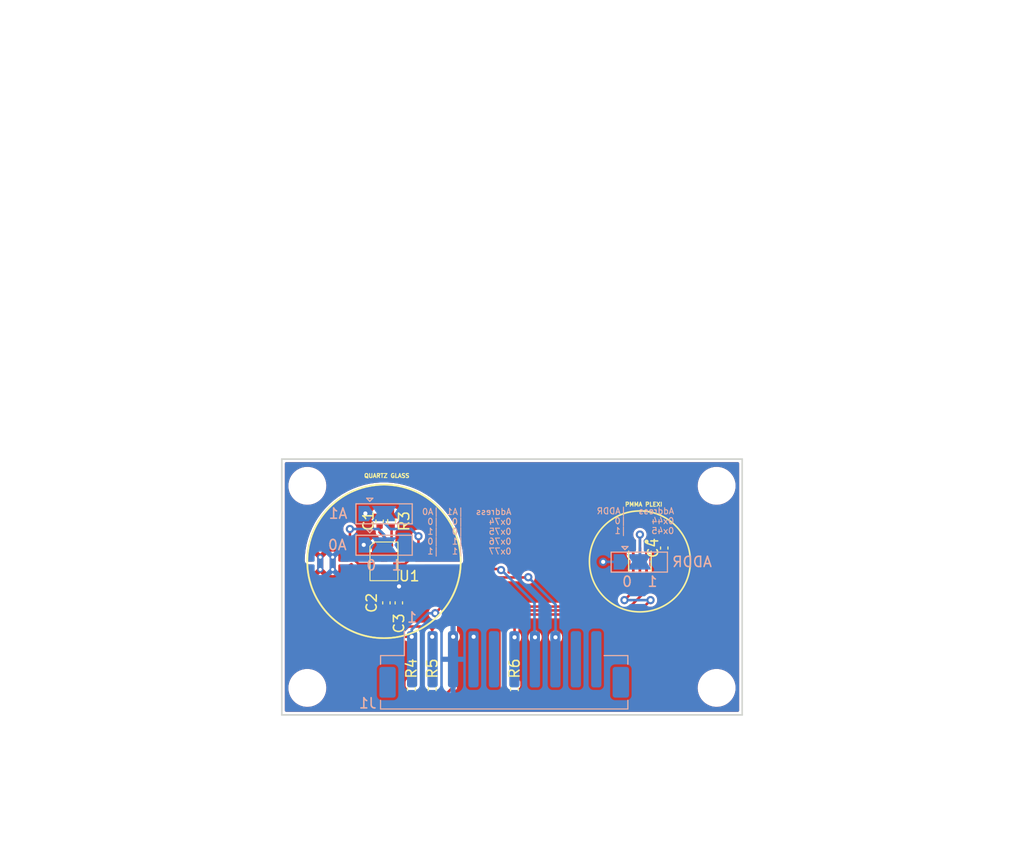
<source format=kicad_pcb>
(kicad_pcb (version 20221018) (generator pcbnew)
  (layers (0 "F.Cu" signal) (31 "B.Cu" signal) (34 "B.Paste" user) (35 "F.Paste" user) (36 "B.SilkS" user "B.Silkscreen") (37 "F.SilkS" user "F.Silkscreen") (38 "B.Mask" user) (39 "F.Mask" user) (44 "Edge.Cuts" user))
  (net 0 "")
  (net 1 "+3.3VA")
  (net 2 "GNDA")
  (net 3 "+3.3V")
  (net 4 "GND")
  (net 5 "I2C_SCL")
  (net 6 "I2C_SDA")
  (net 8 "OPT3004_INT")
  (net 9 "AS7331_SYN")
  (net 10 "AS7331_READY")
  (net 13 "ADDR0")
  (net 14 "ADDR1")
  (net 15 "Net-(JP3-C)")
  (net 16 "Net-(U1-REXT)")
  (footprint "MountingHole:MountingHole_3.2mm_M3" (layer "F.Cu") (at 121.854 127.682)
    (fp_text reference "H3" hide)
    (fp_text value "MountingHole" hide)
    (pad "" np_thru_hole circle (at 0 0) (size 3.2 3.2) (drill 3.2) (layers "*.Cu" "*.Mask"))
  )
  (footprint "MountingHole:MountingHole_3.2mm_M3" (layer "F.Cu") (at 81.854 127.682)
    (fp_text reference "H4" hide)
    (fp_text value "MountingHole" hide)
    (pad "" np_thru_hole circle (at 0 0) (size 3.2 3.2) (drill 3.2) (layers "*.Cu" "*.Mask"))
  )
  (footprint "Capacitor_SMD:C_0402_1005Metric" (layer "F.Cu") (at 116.734 114.012 -90)
    (fp_text reference "C4" (at -0.005 1.1 90) (layer "F.SilkS"))
    (fp_text value "100nF")
    (fp_line (start -0.107836 -0.36) (end 0.107836 -0.36) (stroke (width 0.12)) (layer "F.SilkS"))
    (fp_line (start -0.107836 0.36) (end 0.107836 0.36) (stroke (width 0.12)) (layer "F.SilkS"))
    (pad "1" smd roundrect (at -0.48 0 270) (size 0.56 0.62) (layers "F.Cu" "F.Paste" "F.Mask") (net 3 "+3.3V"))
    (pad "2" smd roundrect (at 0.48 0 270) (size 0.56 0.62) (layers "F.Cu" "F.Paste" "F.Mask") (net 4 "GND"))
  )
  (footprint "AS7331:OLGA-16" (layer "F.Cu") (at 89.344341 115.316913)
    (fp_text reference "U1" (at 2.47 1.44) (layer "F.SilkS"))
    (fp_text value "AS7331")
    (fp_poly (pts (xy -0.96 -1.895) (xy 1.36 -1.895) (xy 1.36 1.885) (xy -1.37 1.885) (xy -1.37 -1.485)) (stroke (width 0.1)) (fill none) (layer "F.SilkS"))
    (pad "1" smd rect locked (at -0.755 -1.58) (size 0.3 0.3) (layers "F.Cu" "F.Paste" "F.Mask") (net 2 "GNDA"))
    (pad "2" smd rect locked (at -0.255 -1.58) (size 0.3 0.3) (layers "F.Cu" "F.Paste" "F.Mask") (net 2 "GNDA"))
    (pad "3" smd rect locked (at 0.245 -1.58) (size 0.3 0.3) (layers "F.Cu" "F.Paste" "F.Mask") (net 1 "+3.3VA"))
    (pad "4" smd rect locked (at 0.745 -1.58) (size 0.3 0.3) (layers "F.Cu" "F.Paste" "F.Mask") (net 16 "Net-(U1-REXT)"))
    (pad "5" smd rect locked (at 1.045 -0.755) (size 0.3 0.3) (layers "F.Cu" "F.Paste" "F.Mask") (net 2 "GNDA"))
    (pad "6" smd rect locked (at 1.045 -0.255) (size 0.3 0.3) (layers "F.Cu" "F.Paste" "F.Mask") (net 2 "GNDA"))
    (pad "7" smd rect locked (at 1.045 0.245) (size 0.3 0.3) (layers "F.Cu" "F.Paste" "F.Mask") (net 14 "ADDR1"))
    (pad "8" smd rect locked (at 1.045 0.745) (size 0.3 0.3) (layers "F.Cu" "F.Paste" "F.Mask") (net 9 "AS7331_SYN"))
    (pad "9" smd rect locked (at 0.74 1.57) (size 0.3 0.3) (layers "F.Cu" "F.Paste" "F.Mask") (net 10 "AS7331_READY"))
    (pad "10" smd rect locked (at 0.24 1.57) (size 0.3 0.3) (layers "F.Cu" "F.Paste" "F.Mask") (net 3 "+3.3V"))
    (pad "11" smd rect locked (at -0.26 1.57) (size 0.3 0.3) (layers "F.Cu" "F.Paste" "F.Mask") (net 4 "GND"))
    (pad "12" smd rect locked (at -0.76 1.57) (size 0.3 0.3) (layers "F.Cu" "F.Paste" "F.Mask") (net 6 "I2C_SDA"))
    (pad "13" smd rect locked (at -1.055 0.75) (size 0.3 0.3) (layers "F.Cu" "F.Paste" "F.Mask") (net 5 "I2C_SCL"))
    (pad "14" smd rect locked (at -1.055 0.25) (size 0.3 0.3) (layers "F.Cu" "F.Paste" "F.Mask") (net 13 "ADDR0"))
    (pad "15" smd rect locked (at -1.055 -0.25) (size 0.3 0.3) (layers "F.Cu" "F.Paste" "F.Mask") (net 2 "GNDA"))
    (pad "16" smd rect locked (at -1.055 -0.75) (size 0.3 0.3) (layers "F.Cu" "F.Paste" "F.Mask") (net 2 "GNDA"))
  )
  (footprint "NetTie:NetTie-2_THT_Pad0.3mm" (layer "F.Cu") (at 83.114341 116.106913 90)
    (fp_text reference "R2" hide)
    (fp_text value "0" hide)
    (fp_poly (pts (xy 0 -0.3) (xy 1.2 -0.3) (xy 1.2 0.3) (xy 0 0.3)) (fill solid) (layer "F.Cu"))
    (fp_poly (pts (xy 0 -0.3) (xy 1.2 -0.3) (xy 1.2 0.3) (xy 0 0.3)) (fill solid) (layer "B.Cu"))
    (pad "1" thru_hole circle (at 0 0 90) (size 0.6 0.6) (drill 0.3) (layers "*.Cu") (net 4 "GND"))
    (pad "2" thru_hole circle (at 1.2 0 90) (size 0.6 0.6) (drill 0.3) (layers "*.Cu") (net 2 "GNDA"))
  )
  (footprint "MountingHole:MountingHole_3.2mm_M3" (layer "F.Cu") (at 121.854 107.932)
    (fp_text reference "H2" hide)
    (fp_text value "MountingHole" hide)
    (pad "" np_thru_hole circle (at 0 0) (size 3.2 3.2) (drill 3.2) (layers "*.Cu" "*.Mask"))
  )
  (footprint "Resistor_SMD:R_0402_1005Metric" (layer "F.Cu") (at 94.054 127.792 90)
    (fp_text reference "R5" (at 2.01 0 90) (layer "F.SilkS"))
    (fp_text value "10k")
    (fp_line (start -0.153641 -0.38) (end 0.153641 -0.38) (stroke (width 0.12)) (layer "F.SilkS"))
    (fp_line (start -0.153641 0.38) (end 0.153641 0.38) (stroke (width 0.12)) (layer "F.SilkS"))
    (pad "1" smd roundrect (at -0.51 0 90) (size 0.54 0.64) (layers "F.Cu" "F.Paste" "F.Mask") (net 3 "+3.3V"))
    (pad "2" smd roundrect (at 0.51 0 90) (size 0.54 0.64) (layers "F.Cu" "F.Paste" "F.Mask") (net 6 "I2C_SDA"))
  )
  (footprint "Resistor_SMD:R_0402_1005Metric" (layer "F.Cu") (at 102.094 127.802 90)
    (fp_text reference "R6" (at 2.02 0 90) (layer "F.SilkS"))
    (fp_text value "10K")
    (fp_line (start -0.153641 -0.38) (end 0.153641 -0.38) (stroke (width 0.12)) (layer "F.SilkS"))
    (fp_line (start -0.153641 0.38) (end 0.153641 0.38) (stroke (width 0.12)) (layer "F.SilkS"))
    (pad "1" smd roundrect (at -0.51 0 90) (size 0.54 0.64) (layers "F.Cu" "F.Paste" "F.Mask") (net 3 "+3.3V"))
    (pad "2" smd roundrect (at 0.51 0 90) (size 0.54 0.64) (layers "F.Cu" "F.Paste" "F.Mask") (net 8 "OPT3004_INT"))
  )
  (footprint "MountingHole:MountingHole_3.2mm_M3" (layer "F.Cu") (at 81.854 107.932)
    (fp_text reference "H1" hide)
    (fp_text value "MountingHole" hide)
    (pad "" np_thru_hole circle (at 0 0) (size 3.2 3.2) (drill 3.2) (layers "*.Cu" "*.Mask"))
  )
  (footprint "Capacitor_SMD:C_0402_1005Metric" (layer "F.Cu") (at 88.916017 111.382 90)
    (fp_text reference "C1" (at 0.02 -1.1 90) (layer "F.SilkS"))
    (fp_text value "100nF")
    (fp_line (start -0.107836 -0.36) (end 0.107836 -0.36) (stroke (width 0.12)) (layer "F.SilkS"))
    (fp_line (start -0.107836 0.36) (end 0.107836 0.36) (stroke (width 0.12)) (layer "F.SilkS"))
    (pad "1" smd roundrect (at -0.48 0 90) (size 0.56 0.62) (layers "F.Cu" "F.Paste" "F.Mask") (net 1 "+3.3VA"))
    (pad "2" smd roundrect (at 0.48 0 90) (size 0.56 0.62) (layers "F.Cu" "F.Paste" "F.Mask") (net 2 "GNDA"))
  )
  (footprint "Capacitor_SMD:C_0402_1005Metric" (layer "F.Cu") (at 90.796108 119.373142 -90)
    (fp_text reference "C3" (at 1.999913 -0.010341 90) (layer "F.SilkS"))
    (fp_text value "100nF")
    (fp_line (start -0.107836 -0.36) (end 0.107836 -0.36) (stroke (width 0.12)) (layer "F.SilkS"))
    (fp_line (start -0.107836 0.36) (end 0.107836 0.36) (stroke (width 0.12)) (layer "F.SilkS"))
    (pad "1" smd roundrect (at -0.48 0 270) (size 0.56 0.62) (layers "F.Cu" "F.Paste" "F.Mask") (net 3 "+3.3V"))
    (pad "2" smd roundrect (at 0.48 0 270) (size 0.56 0.62) (layers "F.Cu" "F.Paste" "F.Mask") (net 4 "GND"))
  )
  (footprint "Resistor_SMD:R_0402_1005Metric" (layer "F.Cu") (at 90.084 111.382 90)
    (fp_text reference "R3" (at -0.005 1.225 90) (layer "F.SilkS"))
    (fp_text value "3.3M")
    (fp_line (start -0.153641 -0.38) (end 0.153641 -0.38) (stroke (width 0.12)) (layer "F.SilkS"))
    (fp_line (start -0.153641 0.38) (end 0.153641 0.38) (stroke (width 0.12)) (layer "F.SilkS"))
    (pad "1" smd roundrect (at -0.51 0 90) (size 0.54 0.64) (layers "F.Cu" "F.Paste" "F.Mask") (net 16 "Net-(U1-REXT)"))
    (pad "2" smd roundrect (at 0.51 0 90) (size 0.54 0.64) (layers "F.Cu" "F.Paste" "F.Mask") (net 2 "GNDA"))
  )
  (footprint "Capacitor_SMD:C_0402_1005Metric" (layer "F.Cu") (at 89.57844 119.371156 -90)
    (fp_text reference "C2" (at 0.001899 1.446991 90) (layer "F.SilkS"))
    (fp_text value "100nF")
    (fp_line (start -0.107836 -0.36) (end 0.107836 -0.36) (stroke (width 0.12)) (layer "F.SilkS"))
    (fp_line (start -0.107836 0.36) (end 0.107836 0.36) (stroke (width 0.12)) (layer "F.SilkS"))
    (pad "1" smd roundrect (at -0.48 0 270) (size 0.56 0.62) (layers "F.Cu" "F.Paste" "F.Mask") (net 3 "+3.3V"))
    (pad "2" smd roundrect (at 0.48 0 270) (size 0.56 0.62) (layers "F.Cu" "F.Paste" "F.Mask") (net 4 "GND"))
  )
  (footprint "OPT3004:SON65P200X200X65-7N" (layer "F.Cu") (at 114.354 115.319335 -90)
    (fp_text reference "U2" hide)
    (fp_text value "OPT3004")
    (fp_line (start -1 -1.099) (end 1 -1.099) (stroke (width 0.127)) (layer "F.SilkS"))
    (fp_line (start -1 1.099) (end 1 1.099) (stroke (width 0.127)) (layer "F.SilkS"))
    (fp_circle (center -1.935 -0.65) (end -1.835 -0.65) (stroke (width 0.2)) (fill none) (layer "F.SilkS"))
    (pad "1" smd roundrect locked (at -0.995 -0.65 270) (size 0.74 0.27) (layers "F.Cu" "F.Paste" "F.Mask") (roundrect_rratio 0.03) (net 3 "+3.3V"))
    (pad "2" smd roundrect locked (at -0.995 0 270) (size 0.74 0.27) (layers "F.Cu" "F.Paste" "F.Mask") (roundrect_rratio 0.03) (net 15 "Net-(JP3-C)"))
    (pad "3" smd roundrect locked (at -0.995 0.65 270) (size 0.74 0.27) (layers "F.Cu" "F.Paste" "F.Mask") (roundrect_rratio 0.03) (net 4 "GND"))
    (pad "4" smd roundrect locked (at 0.995 0.65 270) (size 0.74 0.27) (layers "F.Cu" "F.Paste" "F.Mask") (roundrect_rratio 0.03) (net 5 "I2C_SCL"))
    (pad "5" smd roundrect locked (at 0.995 0 270) (size 0.74 0.27) (layers "F.Cu" "F.Paste" "F.Mask") (roundrect_rratio 0.03) (net 8 "OPT3004_INT"))
    (pad "6" smd roundrect locked (at 0.995 -0.65 270) (size 0.74 0.27) (layers "F.Cu" "F.Paste" "F.Mask") (roundrect_rratio 0.03) (net 6 "I2C_SDA"))
    (pad "7" smd rect locked (at 0 0 270) (size 0.65 1.35) (layers "F.Cu" "F.Mask"))
  )
  (footprint "Resistor_SMD:R_0402_1005Metric" (layer "F.Cu") (at 92.024 127.792 90)
    (fp_text reference "R4" (at 2.01 0 90) (layer "F.SilkS"))
    (fp_text value "10K")
    (fp_line (start -0.153641 -0.38) (end 0.153641 -0.38) (stroke (width 0.12)) (layer "F.SilkS"))
    (fp_line (start -0.153641 0.38) (end 0.153641 0.38) (stroke (width 0.12)) (layer "F.SilkS"))
    (pad "1" smd roundrect (at -0.51 0 90) (size 0.54 0.64) (layers "F.Cu" "F.Paste" "F.Mask") (net 3 "+3.3V"))
    (pad "2" smd roundrect (at 0.51 0 90) (size 0.54 0.64) (layers "F.Cu" "F.Paste" "F.Mask") (net 5 "I2C_SCL"))
  )
  (footprint "Jumper:SolderJumper-3_P2.0mm_Open_TrianglePad1.0x1.5mm" (layer "B.Cu") (at 89.354 110.642)
    (fp_text reference "A1" (at -4.502 0) (layer "B.SilkS") (effects (justify mirror)))
    (fp_text value "SolderJumper_3_Open")
    (fp_line (start -2.75 -0.95) (end -2.75 1) (stroke (width 0.12)) (layer "B.SilkS"))
    (fp_line (start -2.75 1) (end 2.75 1) (stroke (width 0.12)) (layer "B.SilkS"))
    (fp_line (start -1.7 -1.5) (end -1.1 -1.5) (stroke (width 0.12)) (layer "B.SilkS"))
    (fp_line (start -1.4 -1.2) (end -1.7 -1.5) (stroke (width 0.12)) (layer "B.SilkS"))
    (fp_line (start -1.1 -1.5) (end -1.4 -1.2) (stroke (width 0.12)) (layer "B.SilkS"))
    (fp_line (start 2.75 -0.95) (end -2.75 -0.95) (stroke (width 0.12)) (layer "B.SilkS"))
    (fp_line (start 2.75 1) (end 2.75 -0.95) (stroke (width 0.12)) (layer "B.SilkS"))
    (pad "1" smd custom (at -2 0) (size 0.3 0.3) (layers "B.Cu" "B.Mask") (net 2 "GNDA") (options (clearance outline) (anchor rect)) (primitives (gr_poly (pts (xy 1 0) (xy 0.5 -0.75) (xy -0.5 -0.75) (xy -0.5 0.75) (xy 0.5 0.75)) (width 0) (fill yes))))
    (pad "2" smd custom (at 0 0) (size 0.3 0.3) (layers "B.Cu") (net 14 "ADDR1") (options (clearance outline) (anchor rect)) (primitives (gr_poly (pts (xy 0.7 0) (xy 1.2 -0.75) (xy -1.2 -0.75) (xy -0.7 0) (xy -1.2 0.75) (xy 1.2 0.75)) (width 0) (fill yes))))
    (pad "3" smd custom (at 2 0 180) (size 0.3 0.3) (layers "B.Cu" "B.Mask") (net 1 "+3.3VA") (options (clearance outline) (anchor rect)) (primitives (gr_poly (pts (xy 1 0) (xy 0.5 -0.75) (xy -0.5 -0.75) (xy -0.5 0.75) (xy 0.5 0.75)) (width 0) (fill yes))))
  )
  (footprint "Jumper:SolderJumper-3_P2.0mm_Open_TrianglePad1.0x1.5mm" (layer "B.Cu") (at 89.354 113.712)
    (fp_text reference "A0" (at -4.572 0) (layer "B.SilkS") (effects (justify mirror)))
    (fp_text value "SolderJumper_3_Open")
    (fp_line (start -2.75 -0.95) (end -2.75 1) (stroke (width 0.12)) (layer "B.SilkS"))
    (fp_line (start -2.75 1) (end 2.75 1) (stroke (width 0.12)) (layer "B.SilkS"))
    (fp_line (start -1.7 -1.5) (end -1.1 -1.5) (stroke (width 0.12)) (layer "B.SilkS"))
    (fp_line (start -1.4 -1.2) (end -1.7 -1.5) (stroke (width 0.12)) (layer "B.SilkS"))
    (fp_line (start -1.1 -1.5) (end -1.4 -1.2) (stroke (width 0.12)) (layer "B.SilkS"))
    (fp_line (start 2.75 -0.95) (end -2.75 -0.95) (stroke (width 0.12)) (layer "B.SilkS"))
    (fp_line (start 2.75 1) (end 2.75 -0.95) (stroke (width 0.12)) (layer "B.SilkS"))
    (pad "1" smd custom (at -2 0) (size 0.3 0.3) (layers "B.Cu" "B.Mask") (net 2 "GNDA") (options (clearance outline) (anchor rect)) (primitives (gr_poly (pts (xy 1 0) (xy 0.5 -0.75) (xy -0.5 -0.75) (xy -0.5 0.75) (xy 0.5 0.75)) (width 0) (fill yes))))
    (pad "2" smd custom (at 0 0) (size 0.3 0.3) (layers "B.Cu") (net 13 "ADDR0") (options (clearance outline) (anchor rect)) (primitives (gr_poly (pts (xy 0.7 0) (xy 1.2 -0.75) (xy -1.2 -0.75) (xy -0.7 0) (xy -1.2 0.75) (xy 1.2 0.75)) (width 0) (fill yes))))
    (pad "3" smd custom (at 2 0 180) (size 0.3 0.3) (layers "B.Cu" "B.Mask") (net 1 "+3.3VA") (options (clearance outline) (anchor rect)) (primitives (gr_poly (pts (xy 1 0) (xy 0.5 -0.75) (xy -0.5 -0.75) (xy -0.5 0.75) (xy 0.5 0.75)) (width 0) (fill yes))))
  )
  (footprint "Jumper:SolderJumper-3_P2.0mm_Open_TrianglePad1.0x1.5mm" (layer "B.Cu") (at 114.294 115.362)
    (fp_text reference "ADDR" (at 5.16 0) (layer "B.SilkS") (effects (justify mirror)))
    (fp_text value "SolderJumper_3_Open")
    (fp_line (start -2.75 -0.95) (end -2.75 1) (stroke (width 0.12)) (layer "B.SilkS"))
    (fp_line (start -2.75 1) (end 2.75 1) (stroke (width 0.12)) (layer "B.SilkS"))
    (fp_line (start -1.7 -1.5) (end -1.1 -1.5) (stroke (width 0.12)) (layer "B.SilkS"))
    (fp_line (start -1.4 -1.2) (end -1.7 -1.5) (stroke (width 0.12)) (layer "B.SilkS"))
    (fp_line (start -1.1 -1.5) (end -1.4 -1.2) (stroke (width 0.12)) (layer "B.SilkS"))
    (fp_line (start 2.75 -0.95) (end -2.75 -0.95) (stroke (width 0.12)) (layer "B.SilkS"))
    (fp_line (start 2.75 1) (end 2.75 -0.95) (stroke (width 0.12)) (layer "B.SilkS"))
    (pad "1" smd custom (at -2 0) (size 0.3 0.3) (layers "B.Cu" "B.Mask") (net 4 "GND") (options (clearance outline) (anchor rect)) (primitives (gr_poly (pts (xy 1 0) (xy 0.5 -0.75) (xy -0.5 -0.75) (xy -0.5 0.75) (xy 0.5 0.75)) (width 0) (fill yes))))
    (pad "2" smd custom (at 0 0) (size 0.3 0.3) (layers "B.Cu") (net 15 "Net-(JP3-C)") (options (clearance outline) (anchor rect)) (primitives (gr_poly (pts (xy 0.7 0) (xy 1.2 -0.75) (xy -1.2 -0.75) (xy -0.7 0) (xy -1.2 0.75) (xy 1.2 0.75)) (width 0) (fill yes))))
    (pad "3" smd custom (at 2 0 180) (size 0.3 0.3) (layers "B.Cu" "B.Mask") (net 3 "+3.3V") (options (clearance outline) (anchor rect)) (primitives (gr_poly (pts (xy 1 0) (xy 0.5 -0.75) (xy -0.5 -0.75) (xy -0.5 0.75) (xy 0.5 0.75)) (width 0) (fill yes))))
  )
  (footprint "Connector_JST:JST_PH_B10B-PH-SM4-TB_1x10-1MP_P2.00mm_Vertical" (layer "B.Cu") (at 101.092 125.382)
    (fp_text reference "J1" (at -13.338 3.8 180) (layer "B.SilkS") (effects (justify mirror)))
    (fp_text value "Conn_01x10_Pin")
    (fp_line (start -12.085 -0.86) (end -9.76 -0.86) (stroke (width 0.12)) (layer "B.SilkS"))
    (fp_line (start -12.085 -0.01) (end -12.085 -0.86) (stroke (width 0.12)) (layer "B.SilkS"))
    (fp_line (start -12.085 3.51) (end -12.085 4.36) (stroke (width 0.12)) (layer "B.SilkS"))
    (fp_line (start -12.085 4.36) (end 12.085 4.36) (stroke (width 0.12)) (layer "B.SilkS"))
    (fp_line (start -9.76 -0.86) (end -9.76 -3.25) (stroke (width 0.12)) (layer "B.SilkS"))
    (fp_line (start 12.085 -0.86) (end 9.76 -0.86) (stroke (width 0.12)) (layer "B.SilkS"))
    (fp_line (start 12.085 -0.01) (end 12.085 -0.86) (stroke (width 0.12)) (layer "B.SilkS"))
    (fp_line (start 12.085 4.36) (end 12.085 3.51) (stroke (width 0.12)) (layer "B.SilkS"))
    (pad "1" smd roundrect (at -9 -0.5) (size 1 5.5) (layers "B.Cu" "B.Paste" "B.Mask") (net 5 "I2C_SCL"))
    (pad "2" smd roundrect (at -7 -0.5) (size 1 5.5) (layers "B.Cu" "B.Paste" "B.Mask") (net 6 "I2C_SDA"))
    (pad "3" smd roundrect (at -5 -0.5) (size 1 5.5) (layers "B.Cu" "B.Paste" "B.Mask") (net 3 "+3.3V"))
    (pad "4" smd roundrect (at -3 -0.5) (size 1 5.5) (layers "B.Cu" "B.Paste" "B.Mask") (net 4 "GND"))
    (pad "5" smd roundrect (at -1 -0.5) (size 1 5.5) (layers "B.Cu" "B.Paste" "B.Mask"))
    (pad "6" smd roundrect (at 1 -0.5) (size 1 5.5) (layers "B.Cu" "B.Paste" "B.Mask") (net 8 "OPT3004_INT"))
    (pad "7" smd roundrect (at 3 -0.5) (size 1 5.5) (layers "B.Cu" "B.Paste" "B.Mask") (net 9 "AS7331_SYN"))
    (pad "8" smd roundrect (at 5 -0.5) (size 1 5.5) (layers "B.Cu" "B.Paste" "B.Mask") (net 10 "AS7331_READY"))
    (pad "9" smd roundrect (at 7 -0.5) (size 1 5.5) (layers "B.Cu" "B.Paste" "B.Mask"))
    (pad "10" smd roundrect (at 9 -0.5) (size 1 5.5) (layers "B.Cu" "B.Paste" "B.Mask"))
    (pad "MP" smd roundrect (at -11.4 1.75) (size 1.6 3) (layers "B.Cu" "B.Paste" "B.Mask") (roundrect_rratio 0.15625))
    (pad "MP" smd roundrect (at 11.4 1.75) (size 1.6 3) (layers "B.Cu" "B.Paste" "B.Mask") (roundrect_rratio 0.15625))
  )
  (footprint "NetTie:NetTie-2_THT_Pad0.3mm" (layer "B.Cu") (at 84.327662 116.106913 90)
    (fp_text reference "R1" hide)
    (fp_text value "0" hide)
    (fp_poly (pts (xy 0 0.3) (xy 1.2 0.3) (xy 1.2 -0.3) (xy 0 -0.3)) (fill solid) (layer "F.Cu"))
    (fp_poly (pts (xy 0 0.3) (xy 1.2 0.3) (xy 1.2 -0.3) (xy 0 -0.3)) (fill solid) (layer "B.Cu"))
    (pad "1" thru_hole circle (at 0 0 90) (size 0.6 0.6) (drill 0.3) (layers "*.Cu") (net 3 "+3.3V"))
    (pad "2" thru_hole circle (at 1.2 0 90) (size 0.6 0.6) (drill 0.3) (layers "*.Cu") (net 1 "+3.3VA"))
  )
  (gr_circle (center 114.354 115.319335) (end 119.287 115.319335) (stroke (width 0.16)) (fill none) (layer "F.SilkS"))
  (gr_circle (center 89.354 115.319335) (end 96.854 115.319335) (stroke (width 0.16)) (fill none) (layer "F.SilkS"))
  (gr_circle (center 89.336092 115.322316) (end 96.836092 115.322316) (stroke (width 0.16)) (fill none) (layer "F.SilkS"))
  (gr_line locked (start 124.354 105.319335) (end 124.354 130.319335) (stroke (width 0.16)) (layer "Edge.Cuts"))
  (gr_line locked (start 124.354 130.319335) (end 79.354 130.319335) (stroke (width 0.16)) (layer "Edge.Cuts"))
  (gr_line locked (start 79.354 130.319335) (end 79.354 105.319335) (stroke (width 0.16)) (layer "Edge.Cuts"))
  (gr_line locked (start 79.354 105.319335) (end 124.354 105.319335) (stroke (width 0.16)) (layer "Edge.Cuts"))
  (gr_text "Address	|ADDR\n0x44 	|0\n0x45 	|1" (at 117.754 112.682) (layer "B.SilkS") (effects (font (size 0.6 0.6) (thickness 0.1) bold) (justify left bottom mirror)))
  (gr_text "1  0" (at 91.154 116.282) (layer "B.SilkS") (effects (font (size 1 1)) (justify left bottom mirror)))
  (gr_text "1  0" (at 116.154 117.882) (layer "B.SilkS") (effects (font (size 1 1)) (justify left bottom mirror)))
  (gr_text "1" (at 92.654 121.382) (layer "B.SilkS") (effects (font (size 1 1)) (justify left bottom mirror)))
  (gr_text "Address	|A1	|A0\n0x74 	|0 	|0\n0x75 	|0 	|1\n0x76 	|1 	|0\n0x77 	|1 	|1" (at 101.854 114.682) (layer "B.SilkS") (effects (font (size 0.6 0.6) (thickness 0.1)) (justify left bottom mirror)))
  (gr_text "PMMA PLEXI" (at 112.854 109.982) (layer "F.SilkS") (effects (font (size 0.4 0.4) (thickness 0.1) bold) (justify left bottom)))
  (gr_text "QUARTZ GLASS" (at 87.354 107.182) (layer "F.SilkS") (effects (font (size 0.4 0.4) (thickness 0.1) bold) (justify left bottom)))
  (segment (start 88.916017 111.862) (end 88.916017 112.464017) (width 0.25) (layer "F.Cu") (net 1))
  (segment (start 89.589341 113.137341) (end 89.589341 113.736913) (width 0.25) (layer "F.Cu") (net 1))
  (segment (start 88.916017 112.464017) (end 89.589341 113.137341) (width 0.25) (layer "F.Cu") (net 1))
  (segment (start 88.289341 114.036913) (end 88.589341 113.736913) (width 0.25) (layer "F.Cu") (net 2))
  (segment (start 89.464341 114.561913) (end 89.089341 114.186913) (width 0.25) (layer "F.Cu") (net 2))
  (segment (start 88.289341 115.066913) (end 88.289341 114.566913) (width 0.25) (layer "F.Cu") (net 2))
  (segment (start 88.289341 114.566913) (end 88.289341 114.036913) (width 0.25) (layer "F.Cu") (net 2))
  (segment (start 89.089341 114.186913) (end 89.089341 113.736913) (width 0.25) (layer "F.Cu") (net 2))
  (segment (start 90.389341 114.561913) (end 89.464341 114.561913) (width 0.25) (layer "F.Cu") (net 2))
  (segment (start 88.589341 113.736913) (end 89.089341 113.736913) (width 0.25) (layer "F.Cu") (net 2))
  (segment (start 90.389341 115.061913) (end 90.389341 114.561913) (width 0.25) (layer "F.Cu") (net 2))
  (via (at 87.524 110.632) (size 0.8) (drill 0.4) (layers "F.Cu" "B.Cu") (net 2))
  (via (at 87.364 113.702) (size 0.8) (drill 0.4) (layers "F.Cu" "B.Cu") (net 2))
  (segment (start 89.584341 116.886913) (end 89.584341 118.885255) (width 0.25) (layer "F.Cu") (net 3))
  (segment (start 90.796108 118.893142) (end 90.796108 117.779892) (width 0.25) (layer "F.Cu") (net 3))
  (segment (start 115.004 114.324335) (end 115.004 113.932) (width 0.25) (layer "F.Cu") (net 3))
  (segment (start 100.683 120.486) (end 96.575 120.486) (width 0.25) (layer "F.Cu") (net 3))
  (segment (start 96.104 120.957) (end 96.104 122.682) (width 0.25) (layer "F.Cu") (net 3))
  (segment (start 94.054 128.302) (end 95.394 128.302) (width 0.25) (layer "F.Cu") (net 3))
  (segment (start 95.394 128.302) (end 96.104 127.592) (width 0.25) (layer "F.Cu") (net 3))
  (segment (start 116.734 113.532) (end 115.404 113.532) (width 0.25) (layer "F.Cu") (net 3))
  (segment (start 101.644 128.332) (end 101.134 127.822) (width 0.25) (layer "F.Cu") (net 3))
  (segment (start 90.796108 118.893142) (end 89.580426 118.893142) (width 0.25) (layer "F.Cu") (net 3))
  (segment (start 90.796108 117.779892) (end 90.814 117.762) (width 0.25) (layer "F.Cu") (net 3))
  (segment (start 101.134 127.822) (end 101.134 120.937) (width 0.25) (layer "F.Cu") (net 3))
  (segment (start 96.575 120.486) (end 96.104 120.957) (width 0.25) (layer "F.Cu") (net 3))
  (segment (start 101.134 120.937) (end 100.683 120.486) (width 0.25) (layer "F.Cu") (net 3))
  (segment (start 102.084 128.332) (end 101.644 128.332) (width 0.25) (layer "F.Cu") (net 3))
  (segment (start 92.024 128.302) (end 94.054 128.302) (width 0.25) (layer "F.Cu") (net 3))
  (segment (start 96.104 127.592) (end 96.104 122.682) (width 0.25) (layer "F.Cu") (net 3))
  (segment (start 115.004 113.932) (end 115.404 113.532) (width 0.25) (layer "F.Cu") (net 3))
  (via (at 90.814 117.762) (size 0.8) (drill 0.4) (layers "F.Cu" "B.Cu") (net 3))
  (via (at 96.104 122.682) (size 0.8) (drill 0.4) (layers "F.Cu" "B.Cu") (net 3))
  (segment (start 96.092 122.67) (end 96.104 122.682) (width 0.25) (layer "B.Cu") (net 3))
  (segment (start 96.092 124.882) (end 96.092 122.694) (width 0.25) (layer "B.Cu") (net 3))
  (segment (start 96.092 122.694) (end 96.104 122.682) (width 0.25) (layer "B.Cu") (net 3))
  (segment (start 88.494 119.552) (end 88.494 118.322) (width 0.25) (layer "F.Cu") (net 4))
  (segment (start 89.084341 117.731659) (end 89.084341 116.886913) (width 0.25) (layer "F.Cu") (net 4))
  (segment (start 88.494 118.322) (end 89.084341 117.731659) (width 0.25) (layer "F.Cu") (net 4))
  (segment (start 89.57844 119.851156) (end 88.793156 119.851156) (width 0.25) (layer "F.Cu") (net 4))
  (segment (start 88.793156 119.851156) (end 88.494 119.552) (width 0.25) (layer "F.Cu") (net 4))
  (via (at 98.104 122.682) (size 0.8) (drill 0.4) (layers "F.Cu" "B.Cu") (net 4))
  (via (at 110.764 115.362) (size 0.8) (drill 0.4) (layers "F.Cu" "B.Cu") (net 4))
  (segment (start 112.294 115.362) (end 110.764 115.362) (width 0.25) (layer "B.Cu") (net 4))
  (segment (start 86.584 117.138842) (end 87.655929 116.066913) (width 0.25) (layer "F.Cu") (net 5))
  (segment (start 87.324 122.682) (end 86.584 121.942) (width 0.25) (layer "F.Cu") (net 5))
  (segment (start 95.004 119.732) (end 110.994 119.732) (width 0.25) (layer "F.Cu") (net 5))
  (segment (start 92.054 127.252) (end 92.054 122.682) (width 0.25) (layer "F.Cu") (net 5))
  (segment (start 92.054 122.682) (end 87.324 122.682) (width 0.25) (layer "F.Cu") (net 5))
  (segment (start 86.584 121.942) (end 86.584 117.138842) (width 0.25) (layer "F.Cu") (net 5))
  (segment (start 110.994 119.732) (end 113.704 117.022) (width 0.25) (layer "F.Cu") (net 5))
  (segment (start 92.024 127.282) (end 92.054 127.252) (width 0.25) (layer "F.Cu") (net 5))
  (segment (start 113.704 117.022) (end 113.704 116.314335) (width 0.25) (layer "F.Cu") (net 5))
  (segment (start 87.655929 116.066913) (end 88.289341 116.066913) (width 0.25) (layer "F.Cu") (net 5))
  (segment (start 94.354 120.382) (end 95.004 119.732) (width 0.25) (layer "F.Cu") (net 5))
  (via (at 92.054 122.682) (size 0.8) (drill 0.4) (layers "F.Cu" "B.Cu") (net 5))
  (via (at 94.354 120.382) (size 0.8) (drill 0.4) (layers "F.Cu" "B.Cu") (net 5))
  (segment (start 93.654 120.382) (end 92.054 121.982) (width 0.25) (layer "B.Cu") (net 5))
  (segment (start 94.354 120.382) (end 93.654 120.382) (width 0.25) (layer "B.Cu") (net 5))
  (segment (start 92.054 121.982) (end 92.054 122.682) (width 0.25) (layer "B.Cu") (net 5))
  (segment (start 87.480158 122.305) (end 91.091 122.305) (width 0.25) (layer "F.Cu") (net 6))
  (segment (start 95.917 120.109) (end 94.054 121.972) (width 0.25) (layer "F.Cu") (net 6))
  (segment (start 93.764 121.682) (end 93.276652 121.682) (width 0.25) (layer "F.Cu") (net 6))
  (segment (start 94.054 127.282) (end 94.054 122.682) (width 0.25) (layer "F.Cu") (net 6))
  (segment (start 86.961 117.295) (end 86.961 121.785842) (width 0.25) (layer "F.Cu") (net 6))
  (segment (start 86.961 121.785842) (end 87.480158 122.305) (width 0.25) (layer "F.Cu") (net 6))
  (segment (start 91.091 122.305) (end 91.714 121.682) (width 0.25) (layer "F.Cu") (net 6))
  (segment (start 87.369087 116.886913) (end 86.961 117.295) (width 0.25) (layer "F.Cu") (net 6))
  (segment (start 115.004 116.314335) (end 115.004 118.132) (width 0.25) (layer "F.Cu") (net 6))
  (segment (start 88.584341 116.886913) (end 87.369087 116.886913) (width 0.25) (layer "F.Cu") (net 6))
  (segment (start 94.054 122.682) (end 94.054 121.972) (width 0.25) (layer "F.Cu") (net 6))
  (segment (start 115.004 118.132) (end 113.027 120.109) (width 0.25) (layer "F.Cu") (net 6))
  (segment (start 94.054 121.972) (end 93.764 121.682) (width 0.25) (layer "F.Cu") (net 6))
  (segment (start 113.027 120.109) (end 95.917 120.109) (width 0.25) (layer "F.Cu") (net 6))
  (segment (start 91.714 121.682) (end 93.276652 121.682) (width 0.25) (layer "F.Cu") (net 6))
  (via (at 94.054 122.682) (size 0.8) (drill 0.4) (layers "F.Cu" "B.Cu") (net 6))
  (segment (start 109.463158 120.512) (end 109.460158 120.509) (width 0.25) (layer "F.Cu") (net 8))
  (segment (start 102.094 122.742) (end 102.104 122.732) (width 0.25) (layer "F.Cu") (net 8))
  (segment (start 115.394 119.102) (end 115.394 119.112) (width 0.25) (layer "F.Cu") (net 8))
  (segment (start 102.104 120.807) (end 102.104 122.732) (width 0.25) (layer "F.Cu") (net 8))
  (segment (start 102.094 127.302) (end 102.094 122.742) (width 0.25) (layer "F.Cu") (net 8))
  (segment (start 112.844 119.102) (end 114.354 117.592) (width 0.25) (layer "F.Cu") (net 8))
  (segment (start 102.402 120.509) (end 102.104 120.807) (width 0.25) (layer "F.Cu") (net 8))
  (segment (start 113.994 120.512) (end 109.463158 120.512) (width 0.25) (layer "F.Cu") (net 8))
  (segment (start 114.354 117.592) (end 114.354 116.314335) (width 0.25) (layer "F.Cu") (net 8))
  (segment (start 102.084 127.312) (end 102.094 127.302) (width 0.25) (layer "F.Cu") (net 8))
  (segment (start 109.460158 120.509) (end 102.402 120.509) (width 0.25) (layer "F.Cu") (net 8))
  (segment (start 115.394 119.112) (end 113.994 120.512) (width 0.25) (layer "F.Cu") (net 8))
  (via (at 112.844 119.102) (size 0.8) (drill 0.4) (layers "F.Cu" "B.Cu") (net 8))
  (via (at 115.394 119.102) (size 0.8) (drill 0.4) (layers "F.Cu" "B.Cu") (net 8))
  (via (at 102.104 122.732) (size 0.8) (drill 0.4) (layers "F.Cu" "B.Cu") (net 8))
  (segment (start 115.394 119.102) (end 112.844 119.102) (width 0.25) (layer "B.Cu") (net 8))
  (segment (start 100.784 116.162413) (end 100.6835 116.061913) (width 0.25) (layer "F.Cu") (net 9))
  (segment (start 100.6835 116.061913) (end 90.389341 116.061913) (width 0.25) (layer "F.Cu") (net 9))
  (via (at 104.104 122.732) (size 0.8) (drill 0.4) (layers "F.Cu" "B.Cu") (net 9))
  (via (at 100.784 116.162413) (size 0.8) (drill 0.4) (layers "F.Cu" "B.Cu") (net 9))
  (segment (start 104.104 122.732) (end 104.054 122.782) (width 0.25) (layer "B.Cu") (net 9))
  (segment (start 104.054 122.682) (end 104.104 122.732) (width 0.25) (layer "B.Cu") (net 9))
  (segment (start 104.054 122.782) (end 104.054 124.844) (width 0.25) (layer "B.Cu") (net 9))
  (segment (start 100.834413 116.162413) (end 104.054 119.382) (width 0.25) (layer "B.Cu") (net 9))
  (segment (start 104.054 119.382) (end 104.054 122.682) (width 0.25) (layer "B.Cu") (net 9))
  (segment (start 100.784 116.162413) (end 100.834413 116.162413) (width 0.25) (layer "B.Cu") (net 9))
  (segment (start 103.419087 116.886913) (end 90.084341 116.886913) (width 0.25) (layer "F.Cu") (net 10))
  (segment (start 103.444 116.862) (end 103.419087 116.886913) (width 0.25) (layer "F.Cu") (net 10))
  (via (at 103.444 116.862) (size 0.8) (drill 0.4) (layers "F.Cu" "B.Cu") (net 10))
  (via (at 106.104 122.732) (size 0.8) (drill 0.4) (layers "F.Cu" "B.Cu") (net 10))
  (segment (start 106.107497 119.525497) (end 106.107497 122.728503) (width 0.25) (layer "B.Cu") (net 10))
  (segment (start 106.104 122.732) (end 106.107497 122.735497) (width 0.25) (layer "B.Cu") (net 10))
  (segment (start 106.107497 122.728503) (end 106.104 122.732) (width 0.25) (layer "B.Cu") (net 10))
  (segment (start 103.444 116.862) (end 106.107497 119.525497) (width 0.25) (layer "B.Cu") (net 10))
  (segment (start 106.107497 122.735497) (end 106.107497 124.866503) (width 0.25) (layer "B.Cu") (net 10))
  (segment (start 86.014 112.152) (end 86.014 114.732) (width 0.25) (layer "F.Cu") (net 13))
  (segment (start 86.848913 115.566913) (end 88.289341 115.566913) (width 0.25) (layer "F.Cu") (net 13))
  (segment (start 86.014 114.732) (end 86.848913 115.566913) (width 0.25) (layer "F.Cu") (net 13))
  (via (at 86.014 112.152) (size 0.8) (drill 0.4) (layers "F.Cu" "B.Cu") (net 13))
  (segment (start 89.354 112.702) (end 89.354 113.712) (width 0.25) (layer "B.Cu") (net 13))
  (segment (start 88.804 112.152) (end 89.354 112.702) (width 0.25) (layer "B.Cu") (net 13))
  (segment (start 86.014 112.152) (end 88.804 112.152) (width 0.25) (layer "B.Cu") (net 13))
  (segment (start 91.404087 115.561913) (end 90.389341 115.561913) (width 0.25) (layer "F.Cu") (net 14))
  (segment (start 92.714 114.252) (end 91.404087 115.561913) (width 0.25) (layer "F.Cu") (net 14))
  (segment (start 92.714 112.862) (end 92.714 114.252) (width 0.25) (layer "F.Cu") (net 14))
  (via (at 92.714 112.862) (size 0.8) (drill 0.4) (layers "F.Cu" "B.Cu") (net 14))
  (segment (start 89.354 111.552) (end 89.354 110.642) (width 0.25) (layer "B.Cu") (net 14))
  (segment (start 92.004 112.152) (end 89.974 112.152) (width 0.25) (layer "B.Cu") (net 14))
  (segment (start 89.964 112.162) (end 89.354 111.552) (width 0.25) (layer "B.Cu") (net 14))
  (segment (start 89.974 112.152) (end 89.964 112.162) (width 0.25) (layer "B.Cu") (net 14))
  (segment (start 92.714 112.862) (end 92.004 112.152) (width 0.25) (layer "B.Cu") (net 14))
  (segment (start 114.354 114.324335) (end 114.354 112.692) (width 0.25) (layer "F.Cu") (net 15))
  (via (at 114.354 112.692) (size 0.8) (drill 0.4) (layers "F.Cu" "B.Cu") (net 15))
  (segment (start 114.354 112.692) (end 114.354 115.302) (width 0.25) (layer "B.Cu") (net 15))
  (segment (start 90.084 111.892) (end 90.084 113.731572) (width 0.25) (layer "F.Cu") (net 16))
  (segment (start 90.084 113.731572) (end 90.089341 113.736913) (width 0.25) (layer "F.Cu") (net 16))
  (zone (net 2) (net_name "GNDA") (layer "F.Cu") (priority 1) (connect_pads (clearance 0.25)) (min_thickness 0.25) (fill yes (thermal_gap 0.5) (thermal_bridge_width 0.5))
    (polygon (pts (xy 96.8457 115.350932) (xy 96.825692 114.803467) (xy 96.765775 114.258923) (xy 96.666269 113.720206) (xy 96.527704 113.190189) (xy 96.350821 112.6717) (xy 96.136562 112.167507) (xy 95.886071 111.680298) (xy 95.600684 111.212674) (xy 95.281924 110.767129) (xy 94.931491 110.346041) (xy 94.551256 109.951656) (xy 94.143248 109.586078) (xy 93.709642 109.251259) (xy 93.252753 108.948984) (xy 92.775017 108.680866) (xy 92.278985 108.448336) (xy 91.767303 108.252634) (xy 91.2427 108.094804) (xy 90.707976 107.975689) (xy 90.165984 107.895925) (xy 89.619615 107.855936) (xy 89.071785 107.855936) (xy 88.525416 107.895925) (xy 87.983424 107.975689) (xy 87.4487 108.094804) (xy 86.924097 108.252634) (xy 86.412415 108.448336) (xy 85.916383 108.680866) (xy 85.438647 108.948984) (xy 84.981758 109.251259) (xy 84.548152 109.586078) (xy 84.140144 109.951656) (xy 83.759909 110.346041) (xy 83.409476 110.767129) (xy 83.090716 111.212674) (xy 82.805329 111.680298) (xy 82.554838 112.167507) (xy 82.340579 112.6717) (xy 82.163696 113.190189) (xy 82.025131 113.720206) (xy 81.925625 114.258923) (xy 81.865708 114.803467) (xy 81.8457 115.350932) (xy 89.093949 115.355529)))
  )
  (zone locked (net 4) (net_name "GND") (layer "F.Cu") (connect_pads (clearance 0.25)) (min_thickness 0.25) (fill yes (thermal_gap 0.5) (thermal_bridge_width 0.5))
    (polygon (pts (xy 51.816 60.96) (xy 151.892 60.452) (xy 151.892 144.78) (xy 51.816 145.288)))
  )
  (zone locked (net 3) (net_name "+3.3V") (layer "B.Cu") (connect_pads (clearance 0.25)) (min_thickness 0.25) (fill yes (thermal_gap 0.5) (thermal_bridge_width 0.5))
    (polygon (pts (xy 55.372 63.246) (xy 149.606 63.754) (xy 149.606 141.732) (xy 55.372 141.224)))
  )
  (zone (net 1) (net_name "+3.3VA") (layer "B.Cu") (priority 1) (connect_pads (clearance 0.25)) (min_thickness 0.25) (fill yes (thermal_gap 0.5) (thermal_bridge_width 0.5))
    (polygon (pts (xy 96.846068 115.351839) (xy 96.82606 114.804374) (xy 96.766143 114.25983) (xy 96.666637 113.721113) (xy 96.528072 113.191096) (xy 96.351189 112.672607) (xy 96.13693 112.168414) (xy 95.886439 111.681205) (xy 95.601052 111.213581) (xy 95.282292 110.768036) (xy 94.931859 110.346948) (xy 94.551624 109.952563) (xy 94.143616 109.586985) (xy 93.71001 109.252166) (xy 93.253121 108.949891) (xy 92.775385 108.681773) (xy 92.279353 108.449243) (xy 91.767671 108.253541) (xy 91.243068 108.095711) (xy 90.708344 107.976596) (xy 90.166352 107.896832) (xy 89.619983 107.856843) (xy 89.072153 107.856843) (xy 88.525784 107.896832) (xy 87.983792 107.976596) (xy 87.449068 108.095711) (xy 86.924465 108.253541) (xy 86.412783 108.449243) (xy 85.916751 108.681773) (xy 85.439015 108.949891) (xy 84.982126 109.252166) (xy 84.54852 109.586985) (xy 84.140512 109.952563) (xy 83.760277 110.346948) (xy 83.409844 110.768036) (xy 83.091084 111.213581) (xy 82.805697 111.681205) (xy 82.555206 112.168414) (xy 82.340947 112.672607) (xy 82.164064 113.191096) (xy 82.025499 113.721113) (xy 81.925993 114.25983) (xy 81.866076 114.804374) (xy 81.846068 115.351839) (xy 89.094317 115.356436)))
  )
)
</source>
